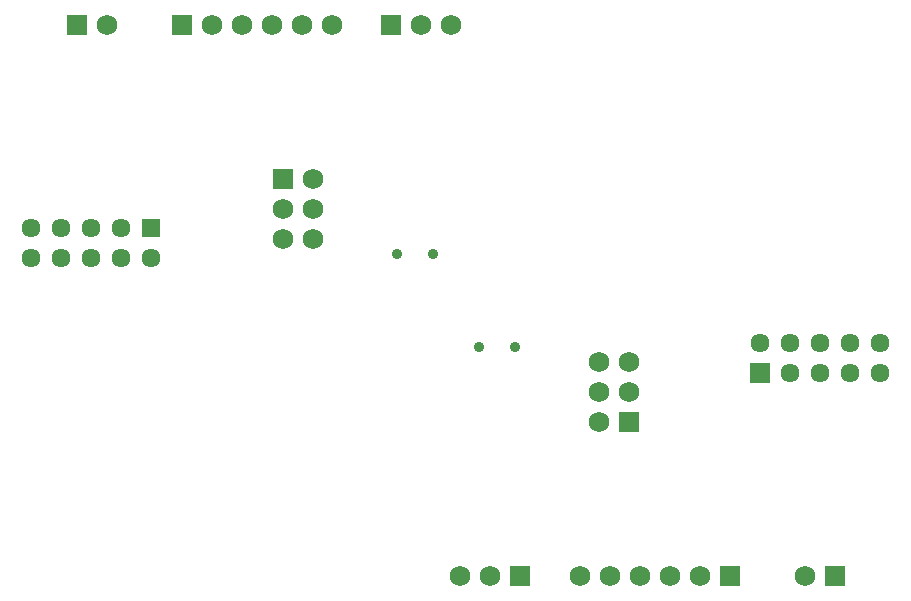
<source format=gbs>
%MOIN*%
%OFA0B0*%
%FSLAX25Y25*%
%IPPOS*%
%LPD*%
%AMOC8*
5,1,8,0,0,$1,22.5*%
%AMOC80*
5,1,8,0,0,$1,-157.5*%
%AMREC230*
4,1,3,
0.031685,0.031685000000000005,
-0.031685000000000005,0.031685,
-0.031685,-0.031685000000000005,
0.031685000000000005,-0.031685,
0*%
%AMREC240*
4,1,3,
0.0345,0.03450000000000001,
-0.03450000000000001,0.0345,
-0.0345,-0.03450000000000001,
0.03450000000000001,-0.0345,
0*%
%ADD10R,0.06337X0.06337*%
%ADD11C,0.06337*%
%ADD12C,0.036*%
%ADD13R,0.069X0.069*%
%ADD14C,0.069*%
%AMCOMP59*
4,1,3,
0.031685,0.031685000000000005,
-0.031685000000000005,0.031685,
-0.031685,-0.031685000000000005,
0.031685000000000005,-0.031685,
0*%
%ADD25COMP59*%
%ADD26C,0.06337*%
%ADD27C,0.036*%
%AMCOMP60*
4,1,3,
0.0345,0.03450000000000001,
-0.03450000000000001,0.0345,
-0.0345,-0.03450000000000001,
0.03450000000000001,-0.0345,
0*%
%ADD28COMP60*%
%ADD29C,0.069*%
G75*
%LPD*%
D10*
X0003937Y0003937D02*
X0075637Y0128536D03*
D11*
X0035637Y0118537D03*
X0035637Y0128536D03*
X0045637Y0128536D03*
X0045637Y0118537D03*
X0055637Y0118537D03*
X0055637Y0128536D03*
X0065637Y0128536D03*
X0065637Y0118537D03*
X0075637Y0118537D03*
D12*
X0157406Y0119836D03*
X0169406Y0119836D03*
D13*
X0119540Y0144791D03*
X0085758Y0196274D03*
X0050791Y0196302D03*
X0155727Y0196229D03*
D14*
X0165727Y0196229D03*
X0175727Y0196229D03*
X0135758Y0196274D03*
X0125757Y0196274D03*
X0115758Y0196274D03*
X0105758Y0196274D03*
X0095758Y0196274D03*
X0060790Y0196302D03*
X0119540Y0134791D03*
X0129540Y0134791D03*
X0129540Y0144791D03*
X0129540Y0124791D03*
X0119540Y0124791D03*
G04 next file*
%LPD*%
G75*
D25*
X0350393Y0204724D02*
X0278693Y0080124D03*
D26*
X0318693Y0090124D03*
X0318693Y0080124D03*
X0308693Y0080124D03*
X0308693Y0090124D03*
X0298693Y0090124D03*
X0298693Y0080124D03*
X0288692Y0080124D03*
X0288692Y0090124D03*
X0278693Y0090124D03*
D27*
X0196924Y0088824D03*
X0184924Y0088824D03*
D28*
X0234790Y0063870D03*
X0268572Y0012386D03*
X0303539Y0012359D03*
X0198603Y0012432D03*
D29*
X0188603Y0012432D03*
X0178603Y0012432D03*
X0218572Y0012386D03*
X0228572Y0012386D03*
X0238572Y0012386D03*
X0248572Y0012386D03*
X0258571Y0012386D03*
X0293539Y0012359D03*
X0234790Y0073870D03*
X0224790Y0073870D03*
X0224790Y0063870D03*
X0224790Y0083870D03*
X0234790Y0083870D03*
M02*
</source>
